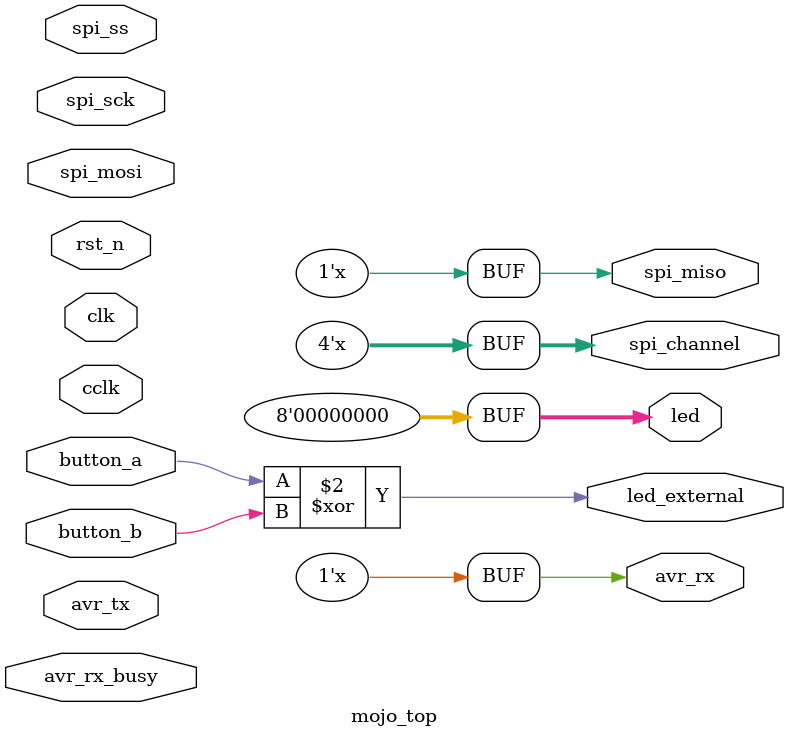
<source format=v>
module mojo_top(
    // 50MHz clock input
    input clk,
    // Input from reset button (active low)
    input rst_n,
    // cclk input from AVR, high when AVR is ready
    input cclk,
    // Outputs to the 8 onboard LEDs
    output[7:0]led,
    // AVR SPI connections
    output spi_miso,
    input spi_ss,
    input spi_mosi,
    input spi_sck,
    // AVR ADC channel select
    output [3:0] spi_channel,
    // Serial connections
    input avr_tx, // AVR Tx => FPGA Rx
    output avr_rx, // AVR Rx => FPGA Tx
    input avr_rx_busy, // AVR Rx buffer full
	 
	 // Some testing stuff
	 input button_a,
	 input button_b,
	 output led_external
	 
    );

wire rst = ~rst_n; // make reset active high

// these signals should be high-z when not used
assign spi_miso = 1'bz;
assign avr_rx = 1'bz;
assign spi_channel = 4'bzzzz;

assign led = 8'b0;

assign led_external = button_a ^ button_b;

endmodule
</source>
